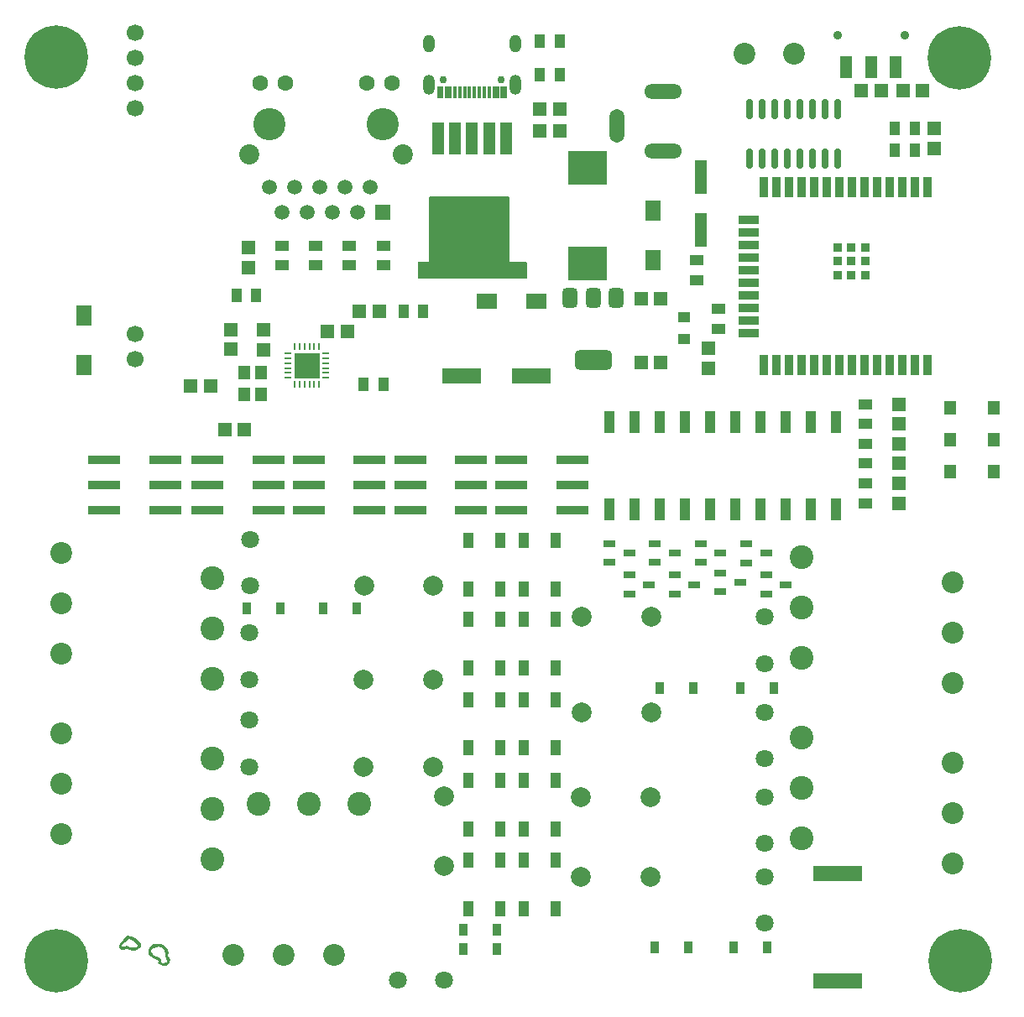
<source format=gbr>
%TF.GenerationSoftware,KiCad,Pcbnew,9.0.2*%
%TF.CreationDate,2025-12-13T10:39:55-05:00*%
%TF.ProjectId,Nif-T,4e69662d-542e-46b6-9963-61645f706362,rev?*%
%TF.SameCoordinates,Original*%
%TF.FileFunction,Soldermask,Top*%
%TF.FilePolarity,Negative*%
%FSLAX46Y46*%
G04 Gerber Fmt 4.6, Leading zero omitted, Abs format (unit mm)*
G04 Created by KiCad (PCBNEW 9.0.2) date 2025-12-13 10:39:55*
%MOMM*%
%LPD*%
G01*
G04 APERTURE LIST*
G04 Aperture macros list*
%AMRoundRect*
0 Rectangle with rounded corners*
0 $1 Rounding radius*
0 $2 $3 $4 $5 $6 $7 $8 $9 X,Y pos of 4 corners*
0 Add a 4 corners polygon primitive as box body*
4,1,4,$2,$3,$4,$5,$6,$7,$8,$9,$2,$3,0*
0 Add four circle primitives for the rounded corners*
1,1,$1+$1,$2,$3*
1,1,$1+$1,$4,$5*
1,1,$1+$1,$6,$7*
1,1,$1+$1,$8,$9*
0 Add four rect primitives between the rounded corners*
20,1,$1+$1,$2,$3,$4,$5,0*
20,1,$1+$1,$4,$5,$6,$7,0*
20,1,$1+$1,$6,$7,$8,$9,0*
20,1,$1+$1,$8,$9,$2,$3,0*%
%AMFreePoly0*
4,1,21,4.105355,5.815355,4.120000,5.780000,4.120000,-5.140000,4.105355,-5.175355,4.070000,-5.190000,2.540000,-5.190000,2.504645,-5.175355,2.490000,-5.140000,2.490000,-4.050000,-4.060000,-4.050000,-4.095355,-4.035355,-4.110000,-4.000000,-4.110000,4.000000,-4.095355,4.035355,-4.060000,4.050000,2.490000,4.050000,2.490000,5.780000,2.504645,5.815355,2.540000,5.830000,4.070000,5.830000,
4.105355,5.815355,4.105355,5.815355,$1*%
G04 Aperture macros list end*
%ADD10C,0.000000*%
%ADD11C,1.800000*%
%ADD12C,2.000000*%
%ADD13R,0.950000X1.150000*%
%ADD14R,1.410000X1.350000*%
%ADD15R,3.300000X0.850000*%
%ADD16R,1.540000X2.060000*%
%ADD17RoundRect,0.375000X-0.375000X0.625000X-0.375000X-0.625000X0.375000X-0.625000X0.375000X0.625000X0*%
%ADD18RoundRect,0.500000X-1.400000X0.500000X-1.400000X-0.500000X1.400000X-0.500000X1.400000X0.500000X0*%
%ADD19R,1.350000X1.410000*%
%ADD20C,2.200000*%
%ADD21C,2.400000*%
%ADD22R,1.100000X2.200000*%
%ADD23RoundRect,0.150000X0.150000X-0.825000X0.150000X0.825000X-0.150000X0.825000X-0.150000X-0.825000X0*%
%ADD24C,0.800000*%
%ADD25C,6.400000*%
%ADD26R,1.000000X1.500000*%
%ADD27R,1.380000X1.130000*%
%ADD28R,5.000000X1.500000*%
%ADD29R,4.000000X3.500000*%
%ADD30R,1.250000X1.000000*%
%ADD31R,4.000000X1.600000*%
%ADD32R,1.130000X1.380000*%
%ADD33R,1.250000X0.700000*%
%ADD34R,1.200000X1.400000*%
%ADD35R,1.230000X1.360000*%
%ADD36R,1.150000X3.200000*%
%ADD37FreePoly0,270.000000*%
%ADD38R,2.060000X1.540000*%
%ADD39C,3.250000*%
%ADD40R,1.500000X1.500000*%
%ADD41C,1.500000*%
%ADD42C,1.600000*%
%ADD43C,2.030000*%
%ADD44R,0.660000X0.280000*%
%ADD45R,0.280000X0.660000*%
%ADD46R,2.550000X2.550000*%
%ADD47O,3.800000X1.500000*%
%ADD48O,1.500000X3.400000*%
%ADD49C,0.750000*%
%ADD50R,0.300000X1.300000*%
%ADD51O,1.200000X2.000000*%
%ADD52O,1.200000X1.800000*%
%ADD53C,0.900000*%
%ADD54R,1.200000X2.200000*%
%ADD55C,1.700000*%
%ADD56R,0.950000X2.100000*%
%ADD57R,2.100000X0.950000*%
%ADD58R,0.900000X0.900000*%
%ADD59R,1.200000X3.500000*%
G04 APERTURE END LIST*
D10*
%TO.C,G\u002A\u002A\u002A*%
G36*
X161910166Y-143087091D02*
G01*
X162006057Y-143116194D01*
X162329712Y-143266179D01*
X162621520Y-143470096D01*
X162838582Y-143692039D01*
X162937996Y-143896104D01*
X162938004Y-143896156D01*
X162928025Y-144144666D01*
X162797408Y-144330441D01*
X162550372Y-144477892D01*
X162318082Y-144561338D01*
X162103747Y-144560685D01*
X161837752Y-144481890D01*
X161555231Y-144401227D01*
X161390444Y-144412106D01*
X161353109Y-144440645D01*
X161207535Y-144497662D01*
X161016899Y-144454176D01*
X160846039Y-144338510D01*
X160760153Y-144181625D01*
X160770806Y-144078790D01*
X161019513Y-144078790D01*
X161109743Y-144161592D01*
X161214184Y-144165545D01*
X161375261Y-144116172D01*
X161431828Y-144066339D01*
X161513522Y-144054413D01*
X161679622Y-144119123D01*
X161708373Y-144134639D01*
X161952150Y-144220834D01*
X162213757Y-144240134D01*
X162439168Y-144197459D01*
X162574355Y-144097729D01*
X162589767Y-144054375D01*
X162541561Y-143864024D01*
X162363926Y-143667529D01*
X162091763Y-143499609D01*
X161989469Y-143457234D01*
X161769530Y-143399166D01*
X161619823Y-143439342D01*
X161516965Y-143531705D01*
X161331497Y-143702870D01*
X161180888Y-143811478D01*
X161041613Y-143944905D01*
X161019513Y-144078790D01*
X160770806Y-144078790D01*
X160778875Y-144000892D01*
X160834388Y-143869481D01*
X160857941Y-143813727D01*
X160964044Y-143680509D01*
X161050764Y-143654847D01*
X161127086Y-143604772D01*
X161202129Y-143459687D01*
X161362286Y-143186974D01*
X161595096Y-143064144D01*
X161910166Y-143087091D01*
G37*
G36*
X164914537Y-143854707D02*
G01*
X165236260Y-143959145D01*
X165258200Y-143971142D01*
X165502317Y-144182885D01*
X165669658Y-144468413D01*
X165733547Y-144769285D01*
X165705183Y-144950378D01*
X165683757Y-145108496D01*
X165725691Y-145176181D01*
X165836578Y-145295959D01*
X165886141Y-145510337D01*
X165860187Y-145751273D01*
X165851366Y-145778615D01*
X165710913Y-146003046D01*
X165486984Y-146092251D01*
X165167347Y-146049717D01*
X165043154Y-146008963D01*
X164811371Y-145916550D01*
X164707722Y-145839946D01*
X164698590Y-145744828D01*
X164719412Y-145678373D01*
X164742845Y-145534045D01*
X164643139Y-145469436D01*
X164576238Y-145456325D01*
X164266402Y-145353814D01*
X163974995Y-145171671D01*
X163768365Y-144954048D01*
X163737065Y-144897857D01*
X163694976Y-144621845D01*
X163728411Y-144508656D01*
X163973849Y-144508656D01*
X163996787Y-144666292D01*
X164131715Y-144858835D01*
X164340641Y-145042581D01*
X164534263Y-145153323D01*
X164747145Y-145247162D01*
X164895245Y-145313806D01*
X164907150Y-145319357D01*
X164971279Y-145426403D01*
X164977995Y-145534745D01*
X165029588Y-145704659D01*
X165211437Y-145783689D01*
X165410807Y-145778592D01*
X165546960Y-145730777D01*
X165574055Y-145604101D01*
X165567340Y-145542740D01*
X165529835Y-145358804D01*
X165496725Y-145273045D01*
X165458804Y-145155013D01*
X165421486Y-144945785D01*
X165417436Y-144914846D01*
X165334618Y-144539573D01*
X165190829Y-144303630D01*
X165022804Y-144199548D01*
X164765540Y-144163628D01*
X164471788Y-144203602D01*
X164201341Y-144301851D01*
X164013992Y-144440755D01*
X163973849Y-144508656D01*
X163728411Y-144508656D01*
X163752238Y-144427996D01*
X163785616Y-144315003D01*
X163979752Y-144043926D01*
X164223475Y-143900674D01*
X164556006Y-143836409D01*
X164914537Y-143854707D01*
G37*
%TD*%
D11*
%TO.C,RLY6*%
X173900000Y-117200000D03*
D12*
X185400000Y-117200000D03*
X192400000Y-117200000D03*
D11*
X173900000Y-112500000D03*
%TD*%
D13*
%TO.C,D19*%
X184750000Y-110050000D03*
X181370000Y-110050000D03*
%TD*%
D14*
%TO.C,C13*%
X241800000Y-57800000D03*
X239800000Y-57800000D03*
%TD*%
D13*
%TO.C,D21*%
X198890000Y-144400000D03*
X195510000Y-144400000D03*
%TD*%
D15*
%TO.C,J3*%
X159260000Y-95060000D03*
X165400000Y-95060000D03*
X159260000Y-97600000D03*
X165400000Y-97600000D03*
X159260000Y-100140000D03*
X165400000Y-100140000D03*
%TD*%
D16*
%TO.C,D1*%
X157200000Y-80500000D03*
X157200000Y-85500000D03*
%TD*%
D17*
%TO.C,U6*%
X210860000Y-78687500D03*
X208560000Y-78687500D03*
D18*
X208560000Y-84987500D03*
D17*
X206260000Y-78687500D03*
%TD*%
D19*
%TO.C,C4*%
X220200000Y-83800000D03*
X220200000Y-85800000D03*
%TD*%
D14*
%TO.C,C7*%
X181800000Y-82060000D03*
X183800000Y-82060000D03*
%TD*%
D15*
%TO.C,J5*%
X179860000Y-95060000D03*
X186000000Y-95060000D03*
X179860000Y-97600000D03*
X186000000Y-97600000D03*
X179860000Y-100140000D03*
X186000000Y-100140000D03*
%TD*%
D20*
%TO.C,U8*%
X244820000Y-135750000D03*
X244820000Y-130670000D03*
X244820000Y-125590000D03*
D21*
X229580000Y-123050000D03*
X229580000Y-128130000D03*
X229580000Y-133210000D03*
%TD*%
D22*
%TO.C,SW6*%
X210240000Y-91200000D03*
X210240000Y-100000000D03*
X212780000Y-91200000D03*
X212780000Y-100000000D03*
X215320000Y-91200000D03*
X215320000Y-100000000D03*
X217860000Y-91200000D03*
X217860000Y-100000000D03*
X220400000Y-91200000D03*
X220400000Y-100000000D03*
%TD*%
D19*
%TO.C,C10*%
X239400000Y-95400000D03*
X239400000Y-93400000D03*
%TD*%
D23*
%TO.C,U4*%
X224380000Y-64600000D03*
X225650000Y-64600000D03*
X226920000Y-64600000D03*
X228190000Y-64600000D03*
X229460000Y-64600000D03*
X230730000Y-64600000D03*
X232000000Y-64600000D03*
X233270000Y-64600000D03*
X233270000Y-59650000D03*
X232000000Y-59650000D03*
X230730000Y-59650000D03*
X229460000Y-59650000D03*
X228190000Y-59650000D03*
X226920000Y-59650000D03*
X225650000Y-59650000D03*
X224380000Y-59650000D03*
%TD*%
D24*
%TO.C,H4*%
X243200000Y-145600000D03*
X243902944Y-143902944D03*
X243902944Y-147297056D03*
X245600000Y-143200000D03*
D25*
X245600000Y-145600000D03*
D24*
X245600000Y-148000000D03*
X247297056Y-143902944D03*
X247297056Y-147297056D03*
X248000000Y-145600000D03*
%TD*%
D19*
%TO.C,C5*%
X175340000Y-81935000D03*
X175340000Y-83935000D03*
%TD*%
D26*
%TO.C,D6*%
X204800000Y-119200000D03*
X201600000Y-119200000D03*
X201600000Y-124100000D03*
X204800000Y-124100000D03*
%TD*%
D27*
%TO.C,R3*%
X221200000Y-79800000D03*
X221200000Y-81800000D03*
%TD*%
D28*
%TO.C,BUZZER1*%
X233200000Y-136800000D03*
X233200000Y-147600000D03*
%TD*%
D29*
%TO.C,L1*%
X208000000Y-65600000D03*
X208000000Y-75200000D03*
%TD*%
D27*
%TO.C,R5*%
X180600000Y-73400000D03*
X180600000Y-75400000D03*
%TD*%
D15*
%TO.C,J6*%
X190130000Y-95061609D03*
X196270000Y-95061609D03*
X190130000Y-97601609D03*
X196270000Y-97601609D03*
X190130000Y-100141609D03*
X196270000Y-100141609D03*
%TD*%
D30*
%TO.C,D3*%
X217750000Y-80652500D03*
X217750000Y-82852500D03*
%TD*%
D31*
%TO.C,C19*%
X202300000Y-86600000D03*
X195300000Y-86600000D03*
%TD*%
D26*
%TO.C,D7*%
X204800000Y-127350000D03*
X201600000Y-127350000D03*
X201600000Y-132250000D03*
X204800000Y-132250000D03*
%TD*%
D24*
%TO.C,H3*%
X152000000Y-145600000D03*
X152702944Y-143902944D03*
X152702944Y-147297056D03*
X154400000Y-143200000D03*
D25*
X154400000Y-145600000D03*
D24*
X154400000Y-148000000D03*
X156097056Y-143902944D03*
X156097056Y-147297056D03*
X156800000Y-145600000D03*
%TD*%
D11*
%TO.C,RLY4*%
X225850000Y-137100000D03*
D12*
X214350000Y-137100000D03*
X207350000Y-137100000D03*
D11*
X225850000Y-141800000D03*
%TD*%
D32*
%TO.C,L2*%
X189460000Y-80000000D03*
X191400000Y-80000000D03*
%TD*%
D33*
%TO.C,Q7*%
X224000000Y-103500000D03*
X224000000Y-105400000D03*
X226000000Y-104450000D03*
%TD*%
D11*
%TO.C,RLY5*%
X173950000Y-107750000D03*
D12*
X185450000Y-107750000D03*
X192450000Y-107750000D03*
D11*
X173950000Y-103050000D03*
%TD*%
D26*
%TO.C,D12*%
X199200000Y-135400000D03*
X196000000Y-135400000D03*
X196000000Y-140300000D03*
X199200000Y-140300000D03*
%TD*%
D11*
%TO.C,RLY1*%
X225900000Y-110900000D03*
D12*
X214400000Y-110900000D03*
X207400000Y-110900000D03*
D11*
X225900000Y-115600000D03*
%TD*%
D15*
%TO.C,J7*%
X200330000Y-95061609D03*
X206470000Y-95061609D03*
X200330000Y-97601609D03*
X206470000Y-97601609D03*
X200330000Y-100141609D03*
X206470000Y-100141609D03*
%TD*%
D27*
%TO.C,R7*%
X184000000Y-73400000D03*
X184000000Y-75400000D03*
%TD*%
%TO.C,R11*%
X236000000Y-93400000D03*
X236000000Y-95400000D03*
%TD*%
D34*
%TO.C,X1*%
X175090000Y-88400000D03*
X175090000Y-86200000D03*
X173390000Y-86200000D03*
X173390000Y-88400000D03*
%TD*%
D24*
%TO.C,H2*%
X243102944Y-54497056D03*
X243805888Y-52800000D03*
X243805888Y-56194112D03*
X245502944Y-52097056D03*
D25*
X245502944Y-54497056D03*
D24*
X245502944Y-56897056D03*
X247200000Y-52800000D03*
X247200000Y-56194112D03*
X247902944Y-54497056D03*
%TD*%
%TO.C,H1*%
X152000000Y-54400000D03*
X152702944Y-52702944D03*
X152702944Y-56097056D03*
X154400000Y-52000000D03*
D25*
X154400000Y-54400000D03*
D24*
X154400000Y-56800000D03*
X156097056Y-52702944D03*
X156097056Y-56097056D03*
X156800000Y-54400000D03*
%TD*%
D26*
%TO.C,D8*%
X199200000Y-103150000D03*
X196000000Y-103150000D03*
X196000000Y-108050000D03*
X199200000Y-108050000D03*
%TD*%
D27*
%TO.C,R6*%
X187400000Y-73400000D03*
X187400000Y-75400000D03*
%TD*%
D35*
%TO.C,SW2*%
X248980000Y-93000000D03*
X244620000Y-93000000D03*
%TD*%
D11*
%TO.C,RLY8*%
X193550000Y-147500000D03*
D12*
X193550000Y-136000000D03*
X193550000Y-129000000D03*
D11*
X188850000Y-147500000D03*
%TD*%
D14*
%TO.C,C2*%
X170000000Y-87600000D03*
X168000000Y-87600000D03*
%TD*%
D13*
%TO.C,D16*%
X226140000Y-144250000D03*
X222760000Y-144250000D03*
%TD*%
D14*
%TO.C,C16*%
X213400000Y-78800000D03*
X215400000Y-78800000D03*
%TD*%
D11*
%TO.C,RLY3*%
X225850000Y-129050000D03*
D12*
X214350000Y-129050000D03*
X207350000Y-129050000D03*
D11*
X225850000Y-133750000D03*
%TD*%
D36*
%TO.C,U5*%
X199760000Y-62590000D03*
X198060000Y-62590000D03*
X196360000Y-62590000D03*
X194660000Y-62590000D03*
X192960000Y-62590000D03*
D37*
X196040000Y-72610000D03*
%TD*%
D22*
%TO.C,SW5*%
X222900000Y-91200000D03*
X222900000Y-100000000D03*
X225440000Y-91200000D03*
X225440000Y-100000000D03*
X227980000Y-91200000D03*
X227980000Y-100000000D03*
X230520000Y-91200000D03*
X230520000Y-100000000D03*
X233060000Y-91200000D03*
X233060000Y-100000000D03*
%TD*%
D16*
%TO.C,D22*%
X214600000Y-69900000D03*
X214600000Y-74900000D03*
%TD*%
D26*
%TO.C,D10*%
X199200000Y-119200000D03*
X196000000Y-119200000D03*
X196000000Y-124100000D03*
X199200000Y-124100000D03*
%TD*%
D20*
%TO.C,U11*%
X172250000Y-145000000D03*
X177330000Y-145000000D03*
X182410000Y-145000000D03*
D21*
X184950000Y-129760000D03*
X179870000Y-129760000D03*
X174790000Y-129760000D03*
%TD*%
D26*
%TO.C,D4*%
X204800000Y-111150000D03*
X201600000Y-111150000D03*
X201600000Y-116050000D03*
X204800000Y-116050000D03*
%TD*%
D13*
%TO.C,D17*%
X218140000Y-144250000D03*
X214760000Y-144250000D03*
%TD*%
D19*
%TO.C,C20*%
X239400000Y-97400000D03*
X239400000Y-99400000D03*
%TD*%
D13*
%TO.C,D20*%
X198890000Y-142400000D03*
X195510000Y-142400000D03*
%TD*%
D19*
%TO.C,C6*%
X172000000Y-81860000D03*
X172000000Y-83860000D03*
%TD*%
D27*
%TO.C,R4*%
X177200000Y-73400000D03*
X177200000Y-75400000D03*
%TD*%
D32*
%TO.C,R8*%
X203200000Y-52800000D03*
X205200000Y-52800000D03*
%TD*%
D20*
%TO.C,J2*%
X228822500Y-54037500D03*
X223822500Y-54037500D03*
%TD*%
D38*
%TO.C,D2*%
X197860000Y-79037500D03*
X202860000Y-79037500D03*
%TD*%
D15*
%TO.C,J4*%
X169660000Y-95060000D03*
X175800000Y-95060000D03*
X169660000Y-97600000D03*
X175800000Y-97600000D03*
X169660000Y-100140000D03*
X175800000Y-100140000D03*
%TD*%
D11*
%TO.C,RLY2*%
X225900000Y-120500000D03*
D12*
X214400000Y-120500000D03*
X207400000Y-120500000D03*
D11*
X225900000Y-125200000D03*
%TD*%
D35*
%TO.C,SW1*%
X248980000Y-89800000D03*
X244620000Y-89800000D03*
%TD*%
D39*
%TO.C,RJ1*%
X187350000Y-61127500D03*
X175950000Y-61127500D03*
D40*
X187370000Y-70017500D03*
D41*
X186100000Y-67477500D03*
X184830000Y-70017500D03*
X183560000Y-67477500D03*
X182290000Y-70017500D03*
X181020000Y-67477500D03*
X179750000Y-70017500D03*
X178480000Y-67477500D03*
X177210000Y-70017500D03*
X175940000Y-67477500D03*
D42*
X188280000Y-57037500D03*
X185740000Y-57037500D03*
X177560000Y-57037500D03*
X175020000Y-57037500D03*
D43*
X189400000Y-64177500D03*
X173900000Y-64177500D03*
%TD*%
D44*
%TO.C,U2*%
X177780000Y-84260000D03*
X177780000Y-84760000D03*
X177780000Y-85260000D03*
X177780000Y-85760000D03*
X177780000Y-86260000D03*
X177780000Y-86760000D03*
D45*
X178440000Y-87420000D03*
X178940000Y-87420000D03*
X179440000Y-87420000D03*
X179940000Y-87420000D03*
X180440000Y-87420000D03*
X180940000Y-87420000D03*
D44*
X181600000Y-86760000D03*
X181600000Y-86260000D03*
X181600000Y-85760000D03*
X181600000Y-85260000D03*
X181600000Y-84760000D03*
X181600000Y-84260000D03*
D45*
X180940000Y-83600000D03*
X180440000Y-83600000D03*
X179940000Y-83600000D03*
X179440000Y-83600000D03*
X178940000Y-83600000D03*
X178440000Y-83600000D03*
D46*
X179690000Y-85510000D03*
%TD*%
D11*
%TO.C,RLY7*%
X173900000Y-126000000D03*
D12*
X185400000Y-126000000D03*
X192400000Y-126000000D03*
D11*
X173900000Y-121300000D03*
%TD*%
D47*
%TO.C,J1*%
X215600000Y-63837500D03*
X215600000Y-57837500D03*
D48*
X210940000Y-61337500D03*
%TD*%
D49*
%TO.C,P1*%
X199260000Y-56700000D03*
X193460000Y-56700000D03*
D50*
X199710000Y-57960000D03*
X198910000Y-57960000D03*
X197610000Y-57960000D03*
X196610000Y-57960000D03*
X196110000Y-57960000D03*
X195110000Y-57960000D03*
X193810000Y-57960000D03*
X193010000Y-57960000D03*
X193310000Y-57960000D03*
X194110000Y-57960000D03*
X194610000Y-57960000D03*
X195610000Y-57960000D03*
X197110000Y-57960000D03*
X198110000Y-57960000D03*
X198610000Y-57960000D03*
X199410000Y-57960000D03*
D51*
X200690000Y-57200000D03*
D52*
X200690000Y-53020000D03*
D51*
X192030000Y-57200000D03*
D52*
X192030000Y-53020000D03*
%TD*%
D33*
%TO.C,Q3*%
X214800000Y-103450000D03*
X214800000Y-105350000D03*
X216800000Y-104400000D03*
%TD*%
D53*
%TO.C,SW4*%
X240000000Y-52187500D03*
X233200000Y-52187500D03*
D54*
X239100000Y-55387500D03*
X236600000Y-55387500D03*
X234100000Y-55387500D03*
%TD*%
D19*
%TO.C,C1*%
X173800000Y-73600000D03*
X173800000Y-75600000D03*
%TD*%
D14*
%TO.C,C12*%
X235600000Y-57800000D03*
X237600000Y-57800000D03*
%TD*%
%TO.C,C14*%
X205200000Y-61800000D03*
X203200000Y-61800000D03*
%TD*%
D32*
%TO.C,R9*%
X203200000Y-56200000D03*
X205200000Y-56200000D03*
%TD*%
D13*
%TO.C,D15*%
X218670000Y-118050000D03*
X215290000Y-118050000D03*
%TD*%
D32*
%TO.C,R1*%
X174600000Y-78400000D03*
X172600000Y-78400000D03*
%TD*%
D33*
%TO.C,Q1*%
X210200000Y-103450000D03*
X210200000Y-105350000D03*
X212200000Y-104400000D03*
%TD*%
D14*
%TO.C,C3*%
X171400000Y-92000000D03*
X173400000Y-92000000D03*
%TD*%
D33*
%TO.C,Q8*%
X226000000Y-106650000D03*
X226000000Y-108550000D03*
X228000000Y-107600000D03*
%TD*%
D32*
%TO.C,R2*%
X185400000Y-87400000D03*
X187400000Y-87400000D03*
%TD*%
D14*
%TO.C,C17*%
X203200000Y-59600000D03*
X205200000Y-59600000D03*
%TD*%
D27*
%TO.C,R15*%
X236000000Y-97400000D03*
X236000000Y-99400000D03*
%TD*%
D55*
%TO.C,U3*%
X162400000Y-51920000D03*
X162400000Y-54460000D03*
X162400000Y-57000000D03*
X162400000Y-59540000D03*
X162400000Y-82340000D03*
X162400000Y-84880000D03*
%TD*%
D19*
%TO.C,C9*%
X239400000Y-89400000D03*
X239400000Y-91400000D03*
%TD*%
D33*
%TO.C,Q5*%
X219400000Y-103450000D03*
X219400000Y-105350000D03*
X221400000Y-104400000D03*
%TD*%
D14*
%TO.C,C18*%
X213400000Y-85200000D03*
X215400000Y-85200000D03*
%TD*%
D20*
%TO.C,U7*%
X244820000Y-117550000D03*
X244820000Y-112470000D03*
X244820000Y-107390000D03*
D21*
X229580000Y-104850000D03*
X229580000Y-109930000D03*
X229580000Y-115010000D03*
%TD*%
D14*
%TO.C,C8*%
X185000000Y-80060000D03*
X187000000Y-80060000D03*
%TD*%
D26*
%TO.C,D5*%
X204760000Y-103150000D03*
X201560000Y-103150000D03*
X201560000Y-108050000D03*
X204760000Y-108050000D03*
%TD*%
D33*
%TO.C,Q2*%
X212200000Y-106650000D03*
X212200000Y-108550000D03*
X214200000Y-107600000D03*
%TD*%
%TO.C,Q4*%
X216800000Y-106650000D03*
X216800000Y-108550000D03*
X218800000Y-107600000D03*
%TD*%
D32*
%TO.C,R13*%
X241000000Y-63800000D03*
X239000000Y-63800000D03*
%TD*%
%TO.C,R12*%
X239000000Y-61610000D03*
X241000000Y-61610000D03*
%TD*%
D26*
%TO.C,D13*%
X204800000Y-135400000D03*
X201600000Y-135400000D03*
X201600000Y-140300000D03*
X204800000Y-140300000D03*
%TD*%
D27*
%TO.C,R10*%
X236000000Y-91400000D03*
X236000000Y-89400000D03*
%TD*%
D26*
%TO.C,D11*%
X199200000Y-127350000D03*
X196000000Y-127350000D03*
X196000000Y-132250000D03*
X199200000Y-132250000D03*
%TD*%
D35*
%TO.C,SW3*%
X248980000Y-96200000D03*
X244620000Y-96200000D03*
%TD*%
D56*
%TO.C,U1*%
X242280000Y-67500000D03*
X241010000Y-67500000D03*
X239740000Y-67500000D03*
X238470000Y-67500000D03*
X237200000Y-67500000D03*
X235930000Y-67500000D03*
X234660000Y-67500000D03*
X233390000Y-67500000D03*
X232120000Y-67500000D03*
X230850000Y-67500000D03*
X229580000Y-67500000D03*
X228310000Y-67500000D03*
X227040000Y-67500000D03*
X225770000Y-67500000D03*
D57*
X224280000Y-70790000D03*
X224280000Y-72060000D03*
X224280000Y-73330000D03*
X224280000Y-74600000D03*
X224280000Y-75870000D03*
X224280000Y-77140000D03*
X224280000Y-78410000D03*
X224280000Y-79680000D03*
X224280000Y-80950000D03*
X224280000Y-82220000D03*
D56*
X225770000Y-85500000D03*
X227040000Y-85500000D03*
X228310000Y-85500000D03*
X229580000Y-85500000D03*
X230850000Y-85500000D03*
X232120000Y-85500000D03*
X233390000Y-85500000D03*
X234660000Y-85500000D03*
X235930000Y-85500000D03*
X237200000Y-85500000D03*
X238470000Y-85500000D03*
X239740000Y-85500000D03*
X241010000Y-85500000D03*
X242280000Y-85500000D03*
D58*
X236000000Y-76400000D03*
X236000000Y-75000000D03*
X236000000Y-73600000D03*
X234600000Y-76400000D03*
X234600000Y-75000000D03*
X234600000Y-73600000D03*
X233200000Y-76400000D03*
X233200000Y-75000000D03*
X233200000Y-73600000D03*
%TD*%
D33*
%TO.C,Q6*%
X221400000Y-106450000D03*
X221400000Y-108350000D03*
X223400000Y-107400000D03*
%TD*%
D27*
%TO.C,R14*%
X219040000Y-74892500D03*
X219040000Y-76892500D03*
%TD*%
D59*
%TO.C,C15*%
X219400000Y-71800000D03*
X219400000Y-66460000D03*
%TD*%
D26*
%TO.C,D9*%
X199200000Y-111150000D03*
X196000000Y-111150000D03*
X196000000Y-116050000D03*
X199200000Y-116050000D03*
%TD*%
D20*
%TO.C,U10*%
X154960000Y-122650000D03*
X154960000Y-127730000D03*
X154960000Y-132810000D03*
D21*
X170200000Y-135350000D03*
X170200000Y-130270000D03*
X170200000Y-125190000D03*
%TD*%
D13*
%TO.C,D18*%
X177040000Y-110050000D03*
X173660000Y-110050000D03*
%TD*%
%TO.C,D14*%
X226780000Y-118050000D03*
X223400000Y-118050000D03*
%TD*%
D19*
%TO.C,C11*%
X243000000Y-61600000D03*
X243000000Y-63600000D03*
%TD*%
D20*
%TO.C,U9*%
X154960000Y-104450000D03*
X154960000Y-109530000D03*
X154960000Y-114610000D03*
D21*
X170200000Y-117150000D03*
X170200000Y-112070000D03*
X170200000Y-106990000D03*
%TD*%
M02*

</source>
